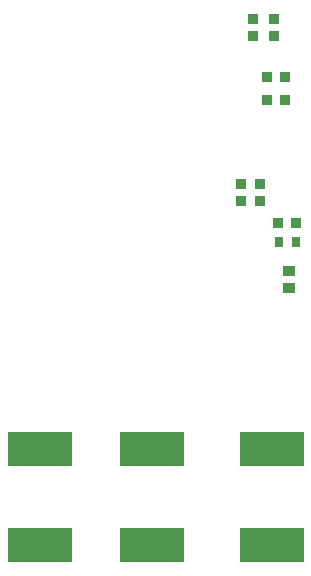
<source format=gtp>
G04*
G04 #@! TF.GenerationSoftware,Altium Limited,Altium Designer,20.0.2 (26)*
G04*
G04 Layer_Color=8421504*
%FSLAX25Y25*%
%MOIN*%
G70*
G01*
G75*
%ADD11R,0.03740X0.03543*%
%ADD12R,0.21654X0.11221*%
%ADD13R,0.03543X0.03740*%
%ADD14R,0.03937X0.03347*%
%ADD15R,0.02953X0.03701*%
D11*
X675500Y261453D02*
D03*
Y255547D02*
D03*
X670634Y206453D02*
D03*
Y200547D02*
D03*
X664335Y206453D02*
D03*
Y200547D02*
D03*
X668449Y255547D02*
D03*
Y261453D02*
D03*
D12*
X597390Y85858D02*
D03*
Y118142D02*
D03*
X674669Y85858D02*
D03*
Y118142D02*
D03*
X634890Y85858D02*
D03*
Y118142D02*
D03*
D13*
X682713Y193453D02*
D03*
X676807D02*
D03*
X678953Y234500D02*
D03*
X673047D02*
D03*
X678953Y242000D02*
D03*
X673047D02*
D03*
D14*
X680500Y177453D02*
D03*
Y171547D02*
D03*
D15*
X682756Y187000D02*
D03*
X677244D02*
D03*
M02*

</source>
